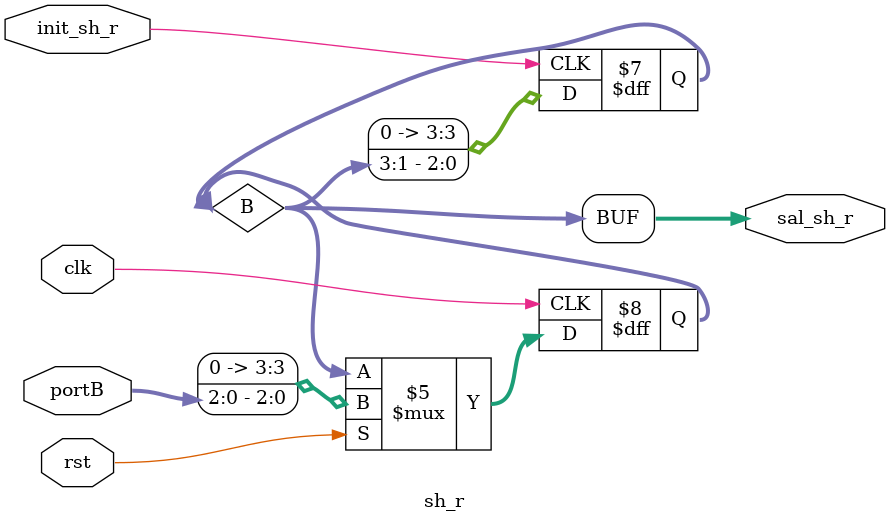
<source format=v>
`timescale 1ns / 1ps
module sh_r(
  input [2:0] portB,     //Pines para ingresar el operando (Se me ocurre que funcione el A para sll y el B para srl para no enredarse tanto con un pin que multiplexe A o B a la salida)
  input init_sh_r,       //Pin para habilitar o no este módulo (Asignar a pulsador para que refresque y no se quede en 1)
  input clk,             //Pin para sincronizar con el reloj
  input rst,             //Pin para volver al dato sin corrimientos
  output [3:0] sal_sh_r  //Pines para extraer lo que retorna este módulo y usarlo en el top-module
);

reg [3:0] B; //Registro que almacenará el número desplazado
assign sal_sh_r = B;

always @ (posedge clk) begin //Comentar esto para sintetizar y luego descomentarlo para simular
if (rst) B = {1'b0,portB}; //Devuelve A a su posición original (En los últimos 3 LSB), es decir, reinicia el desplazamiento
end

always @ (posedge init_sh_r) begin
  B = B >> 1; //Desplaza B a la derecha
end
endmodule

</source>
